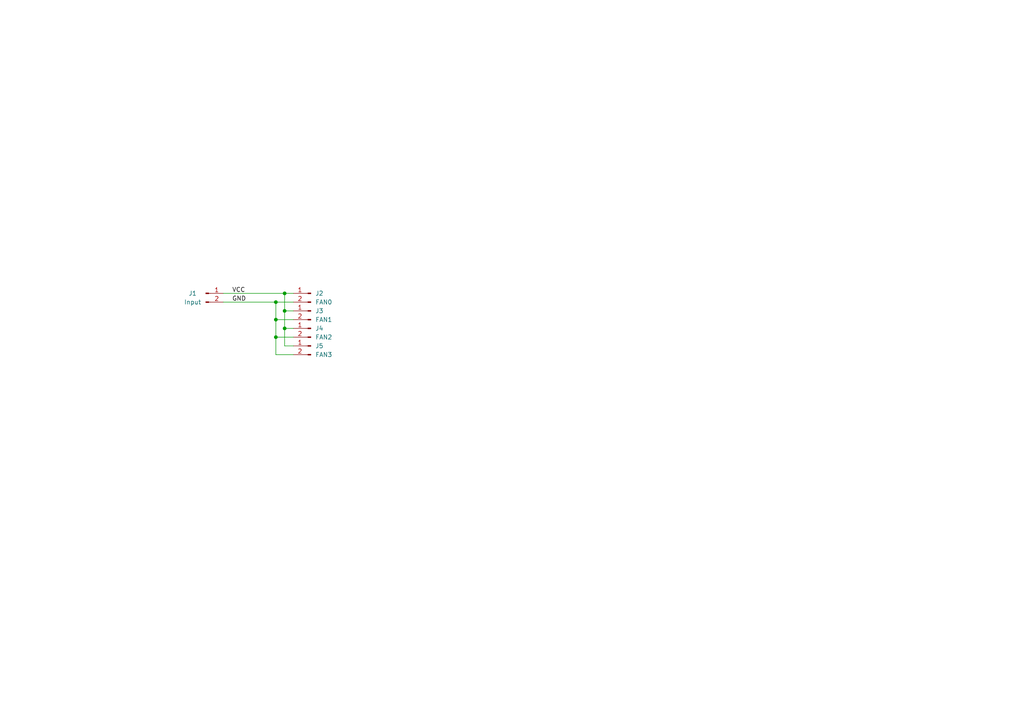
<source format=kicad_sch>
(kicad_sch (version 20211123) (generator eeschema)
  (paper "A4")
  (lib_symbols
    (symbol "Connector:Conn_01x02_Male" (pin_names (offset 1.016) hide)
      (property "Reference" "J" (at 0 2.54 0))
      (property "Value" "Conn_01x02_Male" (at 0 -5.08 0))
      (symbol "Conn_01x02_Male_1_1"
        (polyline (pts (xy 1.27 -2.54) (xy 0.8636 -2.54)) (stroke (width 0.1524)))
        (polyline (pts (xy 1.27 0) (xy 0.8636 0)) (stroke (width 0.1524)))
        (rectangle (start 0.8636 -2.413) (end 0 -2.667) (stroke (width 0.1524)) (fill (type outline)))
        (rectangle (start 0.8636 0.127) (end 0 -0.127) (stroke (width 0.1524)) (fill (type outline)))
        (pin passive line (at 5.08 0 180) (length 3.81) (name "Pin_1") (number "1"))
        (pin passive line (at 5.08 -2.54 180) (length 3.81) (name "Pin_2") (number "2"))
      )
    )
  )
  (junction (at 82.55 90.17))
  (junction (at 82.55 85.09))
  (junction (at 80.01 92.71))
  (junction (at 82.55 95.25))
  (junction (at 80.01 87.63))
  (junction (at 80.01 97.79))
  (wire (pts (xy 80.01 87.63) (xy 85.09 87.63)))
  (wire (pts (xy 80.01 97.79) (xy 85.09 97.79)))
  (wire (pts (xy 82.55 90.17) (xy 85.09 90.17)))
  (wire (pts (xy 82.55 95.25) (xy 85.09 95.25)))
  (wire (pts (xy 85.09 100.33) (xy 82.55 100.33)))
  (wire (pts (xy 82.55 95.25) (xy 82.55 90.17)))
  (wire (pts (xy 80.01 92.71) (xy 80.01 87.63)))
  (wire (pts (xy 82.55 90.17) (xy 82.55 85.09)))
  (wire (pts (xy 82.55 85.09) (xy 85.09 85.09)))
  (wire (pts (xy 80.01 92.71) (xy 85.09 92.71)))
  (wire (pts (xy 80.01 102.87) (xy 80.01 97.79)))
  (wire (pts (xy 82.55 100.33) (xy 82.55 95.25)))
  (wire (pts (xy 85.09 102.87) (xy 80.01 102.87)))
  (wire (pts (xy 64.77 87.63) (xy 80.01 87.63)))
  (wire (pts (xy 80.01 97.79) (xy 80.01 92.71)))
  (wire (pts (xy 64.77 85.09) (xy 82.55 85.09)))
  (label "GND" (at 67.31 87.63 0))
  (label "VCC" (at 67.31 85.09 0))
  (symbol (lib_id "Connector:Conn_01x02_Male") (at 59.69 85.09 0) (unit 1)
    (property "Reference" "J1" (at 55.88 85.09 0))
    (property "Value" "Input" (at 55.88 87.63 0))
    (property "Footprint" "Connector_JST:JST_XH_S2B-XH-A_1x02_P2.50mm_Horizontal" (effects hide))
  )
  (symbol (lib_id "Connector:Conn_01x02_Male") (at 90.17 95.25 0) (mirror y) (unit 1)
    (property "Reference" "J4" (at 91.44 95.2499 0) (effects (justify right)))
    (property "Value" "FAN2" (at 91.44 97.7899 0) (effects (justify right)))
    (property "Footprint" "Connector_JST:JST_XH_B2B-XH-A_1x02_P2.50mm_Vertical" (effects hide))
  )
  (symbol (lib_id "Connector:Conn_01x02_Male") (at 90.17 85.09 0) (mirror y) (unit 1)
    (property "Reference" "J2" (at 91.44 85.0899 0) (effects (justify right)))
    (property "Value" "FAN0" (at 91.44 87.6299 0) (effects (justify right)))
    (property "Footprint" "Connector_JST:JST_XH_B2B-XH-A_1x02_P2.50mm_Vertical" (effects hide))
  )
  (symbol (lib_id "Connector:Conn_01x02_Male") (at 90.17 100.33 0) (mirror y) (unit 1)
    (property "Reference" "J5" (at 91.44 100.3299 0) (effects (justify right)))
    (property "Value" "FAN3" (at 91.44 102.8699 0) (effects (justify right)))
    (property "Footprint" "Connector_JST:JST_XH_B2B-XH-A_1x02_P2.50mm_Vertical" (effects hide))
  )
  (symbol (lib_id "Connector:Conn_01x02_Male") (at 90.17 90.17 0) (mirror y) (unit 1)
    (property "Reference" "J3" (at 91.44 90.1699 0) (effects (justify right)))
    (property "Value" "FAN1" (at 91.44 92.7099 0) (effects (justify right)))
    (property "Footprint" "Connector_JST:JST_XH_B2B-XH-A_1x02_P2.50mm_Vertical" (effects hide))
  )
)
</source>
